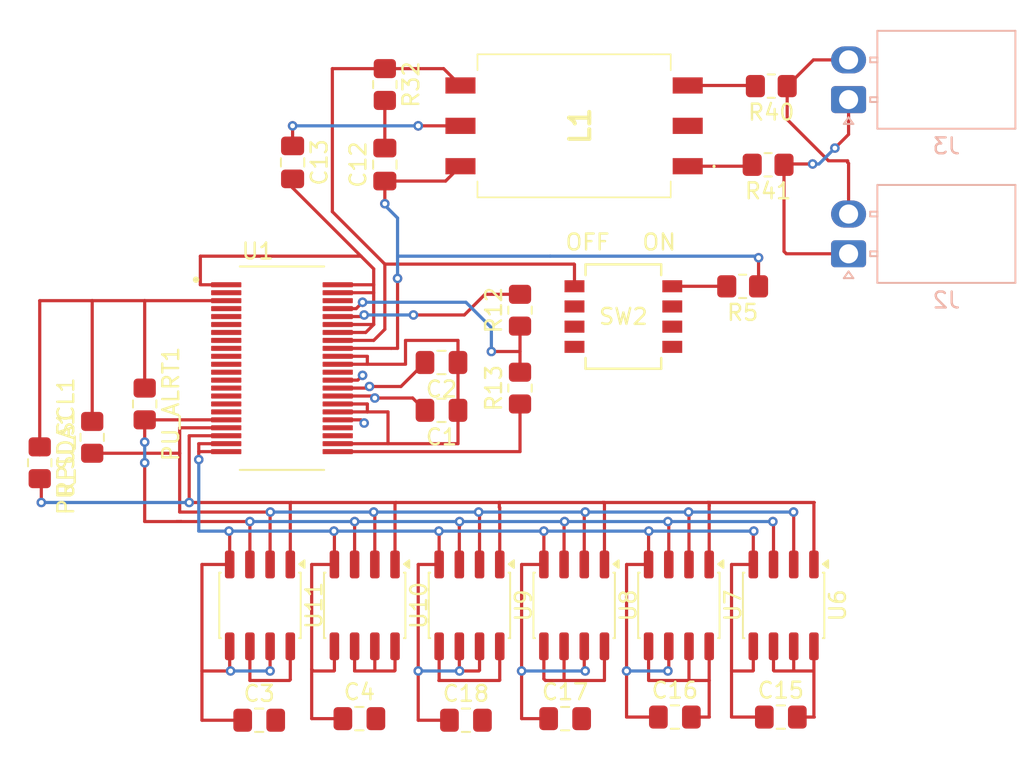
<source format=kicad_pcb>
(kicad_pcb (version 20241229) (generator "pcbnew") (generator_version "9.0")
  (layers (0 "F.Cu" signal) (2 "B.Cu" signal) (13 "F.Paste" user) (15 "B.Paste" user) (5 "F.SilkS" user "F.Silkscreen") (7 "B.SilkS" user "B.Silkscreen") (1 "F.Mask" user) (3 "B.Mask" user) (25 "Edge.Cuts" user))
  (net 0 "")
  (net 1 "V-")
  (net 2 "Net-(U1-VREF2)")
  (net 3 "Net-(U1-VREF1)")
  (net 4 "VREG")
  (net 5 "IsoSPI_N")
  (net 6 "Net-(C12-Pad2)")
  (net 7 "Net-(C13-Pad1)")
  (net 8 "/extIsoSPI_P")
  (net 9 "/extIsoSPI_N")
  (net 11 "IsoSPI_P")
  (net 12 "Net-(L1-Pad1)")
  (net 13 "Net-(L1-Pad3)")
  (net 14 "GPIO1")
  (net 15 "GPIO3")
  (net 16 "Net-(R5-Pad2)")
  (net 17 "ICMP")
  (net 18 "IBIAS")
  (net 19 "GPIO2")
  (footprint "Capacitor_SMD:C_0805_2012Metric_Pad1.18x1.45mm_HandSolder" (layer "F.Cu") (at 69.3625 46.3 180)
    (property "Reference" "C1")
    (property "Value" "1uF")
  )
  (footprint "Resistor_SMD:R_0805_2012Metric_Pad1.20x1.40mm_HandSolder" (layer "F.Cu") (at 50.7 45.9 -90)
    (property "Reference" "PU_ALRT1")
    (property "Value" "5k")
  )
  (footprint "Resistor_SMD:R_0805_2012Metric_Pad1.20x1.40mm_HandSolder" (layer "F.Cu") (at 47.4 48 90)
    (property "Reference" "RPU_SCL1")
    (property "Value" "5k")
  )
  (footprint "Package_SO:SO-8_3.9x4.9mm_P1.27mm" (layer "F.Cu") (at 84.29 58.575 -90)
    (property "Reference" "U7")
    (property "Value" "TMP1075D")
  )
  (footprint "Package_SO:SO-8_3.9x4.9mm_P1.27mm" (layer "F.Cu") (at 57.95 58.575 -90)
    (property "Reference" "U11")
    (property "Value" "TMP1075D")
  )
  (footprint "Capacitor_SMD:C_0805_2012Metric_Pad1.18x1.45mm_HandSolder" (layer "F.Cu") (at 64.2 65.7)
    (property "Reference" "C4")
    (property "Value" "0.01 uF")
  )
  (footprint "Resistor_SMD:R_0805_2012Metric_Pad1.20x1.40mm_HandSolder" (layer "F.Cu") (at 65.8 25.8 -90)
    (property "Reference" "R32")
    (property "Value" "402")
  )
  (footprint "Package_SO:SO-8_3.9x4.9mm_P1.27mm" (layer "F.Cu") (at 77.705 58.575 -90)
    (property "Reference" "U8")
    (property "Value" "TMP1075D")
  )
  (footprint "Capacitor_SMD:C_0805_2012Metric_Pad1.18x1.45mm_HandSolder" (layer "F.Cu") (at 77.1375 65.7)
    (property "Reference" "C17")
    (property "Value" "0.01 uF")
  )
  (footprint "Capacitor_SMD:C_0805_2012Metric_Pad1.18x1.45mm_HandSolder" (layer "F.Cu") (at 65.8 30.8375 90)
    (property "Reference" "C12")
    (property "Value" "15pF")
  )
  (footprint "Resistor_SMD:R_0805_2012Metric_Pad1.20x1.40mm_HandSolder" (layer "F.Cu") (at 74.3 40 90)
    (property "Reference" "R12")
    (property "Value" "1.5k")
  )
  (footprint "Resistor_SMD:R_0805_2012Metric_Pad1.20x1.40mm_HandSolder" (layer "F.Cu") (at 74.3 44.9 90)
    (property "Reference" "R13")
    (property "Value" "680")
  )
  (footprint "Package_SO:SO-8_3.9x4.9mm_P1.27mm" (layer "F.Cu") (at 71.12 58.575 -90)
    (property "Reference" "U9")
    (property "Value" "TMP1075D")
  )
  (footprint "FS_3_Global_Footprint_Library:SW_A6H-4101_OMR" (layer "F.Cu") (at 80.8 40.4)
    (property "Reference" "SW2")
    (property "Value" "A6H-4101")
  )
  (footprint "Capacitor_SMD:C_0805_2012Metric_Pad1.18x1.45mm_HandSolder" (layer "F.Cu") (at 57.9 65.8)
    (property "Reference" "C3")
    (property "Value" "0.01 uF")
  )
  (footprint "Resistor_SMD:R_0805_2012Metric_Pad1.20x1.40mm_HandSolder" (layer "F.Cu") (at 88.3 38.5 180)
    (property "Reference" "R5")
    (property "Value" "200")
  )
  (footprint "Capacitor_SMD:C_0805_2012Metric_Pad1.18x1.45mm_HandSolder" (layer "F.Cu") (at 70.9 65.8)
    (property "Reference" "C18")
    (property "Value" "0.01 uF")
  )
  (footprint "FS_3_Global_Footprint_Library:LTC6810IG-2_3ZZTRPBF" (layer "F.Cu") (at 59.3322 43.65)
    (property "Reference" "U1")
    (property "Value" "LTC6810IG-2-TRPBF")
  )
  (footprint "Package_SO:SO-8_3.9x4.9mm_P1.27mm" (layer "F.Cu") (at 90.875 58.575 -90)
    (property "Reference" "U6")
    (property "Value" "TMP1075D")
  )
  (footprint "Capacitor_SMD:C_0805_2012Metric_Pad1.18x1.45mm_HandSolder" (layer "F.Cu") (at 69.3625 43.29 180)
    (property "Reference" "C2")
    (property "Value" "1uF")
  )
  (footprint "Resistor_SMD:R_0805_2012Metric_Pad1.20x1.40mm_HandSolder" (layer "F.Cu") (at 89.9 30.85 180)
    (property "Reference" "R41")
    (property "Value" "22")
  )
  (footprint "FS_3_Global_Footprint_Library:HM2113ZNLT" (layer "F.Cu") (at 77.7 28.4 90)
    (property "Reference" "L1")
    (property "Value" "HM2113ZNL" (hide yes))
  )
  (footprint "Capacitor_SMD:C_0805_2012Metric_Pad1.18x1.45mm_HandSolder" (layer "F.Cu") (at 90.7 65.6)
    (property "Reference" "C15")
    (property "Value" "0.01 uF")
  )
  (footprint "Package_SO:SO-8_3.9x4.9mm_P1.27mm" (layer "F.Cu") (at 64.535 58.575 -90)
    (property "Reference" "U10")
    (property "Value" "TMP1075D")
  )
  (footprint "Resistor_SMD:R_0805_2012Metric_Pad1.20x1.40mm_HandSolder" (layer "F.Cu") (at 44.1 49.6 -90)
    (property "Reference" "PU_SDA1")
    (property "Value" "5k")
  )
  (footprint "Resistor_SMD:R_0805_2012Metric_Pad1.20x1.40mm_HandSolder" (layer "F.Cu") (at 90.1 25.9 180)
    (property "Reference" "R40")
    (property "Value" "22")
  )
  (footprint "Capacitor_SMD:C_0805_2012Metric_Pad1.18x1.45mm_HandSolder" (layer "F.Cu") (at 60 30.7 -90)
    (property "Reference" "C13")
    (property "Value" "10nF")
  )
  (footprint "Capacitor_SMD:C_0805_2012Metric_Pad1.18x1.45mm_HandSolder" (layer "F.Cu") (at 84.0375 65.6)
    (property "Reference" "C16")
    (property "Value" "0.01 uF")
  )
  (footprint "Connector_Molex:Molex_Nano-Fit_105313-xx02_1x02_P2.50mm_Horizontal" (layer "B.Cu") (at 94.96 26.75)
    (property "Reference" "J3")
    (property "Value" "1053131202")
  )
  (footprint "Connector_Molex:Molex_Nano-Fit_105313-xx02_1x02_P2.50mm_Horizontal" (layer "B.Cu") (at 94.96 36.45)
    (property "Reference" "J2")
    (property "Value" "1053131202")
  )
  (segment (start 81 62.7) (end 81 65.6) (width 0.2) (layer "F.Cu") (net 1))
  (segment (start 67.9 65.8) (end 69.8625 65.8) (width 0.2) (layer "F.Cu") (net 1))
  (segment (start 74.3 48.9) (end 74.3 45.9) (width 0.2) (layer "F.Cu") (net 1))
  (segment (start 60 32.3) (end 64.3 36.6) (width 0.2) (layer "F.Cu") (net 1))
  (segment (start 82.385 53.915) (end 82.385 56) (width 0.2) (layer "F.Cu") (net 1))
  (segment (start 78.34 62.64) (end 78.4 62.7) (width 0.2) (layer "F.Cu") (net 1))
  (segment (start 62.8372 38.4) (end 65.1 38.4) (width 0.2) (layer "F.Cu") (net 1))
  (segment (start 55.8272 38.4) (end 54.2 38.4) (width 0.2) (layer "F.Cu") (net 1))
  (segment (start 70.5 62.7) (end 70.485 62.685) (width 0.2) (layer "F.Cu") (net 1))
  (segment (start 83.655 62.645) (end 83.6 62.7) (width 0.2) (layer "F.Cu") (net 1))
  (segment (start 62.8372 42.9) (end 64.7 42.9) (width 0.2) (layer "F.Cu") (net 1))
  (segment (start 64.3 36.6) (end 65.1 37.4) (width 0.2) (layer "F.Cu") (net 1))
  (segment (start 54.3 62.7) (end 54.3 65.8) (width 0.2) (layer "F.Cu") (net 1))
  (segment (start 54.3 65.8) (end 56.8625 65.8) (width 0.2) (layer "F.Cu") (net 1))
  (segment (start 88.94 62.7) (end 88.97 62.67) (width 0.2) (layer "F.Cu") (net 1))
  (segment (start 88.97 56) (end 87.6 56) (width 0.2) (layer "F.Cu") (net 1))
  (segment (start 70.4 41.9) (end 70.4 43.29) (width 0.2) (layer "F.Cu") (net 1))
  (segment (start 87.6 56) (end 87.6 62.7) (width 0.2) (layer "F.Cu") (net 1))
  (segment (start 67.1 43.4) (end 67.1 41.9) (width 0.2) (layer "F.Cu") (net 1))
  (segment (start 54.2 38.4) (end 54.2 36.6) (width 0.2) (layer "F.Cu") (net 1))
  (segment (start 66 46.4) (end 66 48.4) (width 0.2) (layer "F.Cu") (net 1))
  (segment (start 56.045 56) (end 54.3 56) (width 0.2) (layer "F.Cu") (net 1))
  (segment (start 56.045 61.15) (end 56.045 62.645) (width 0.2) (layer "F.Cu") (net 1))
  (segment (start 61.3 62.7) (end 61.2 62.6) (width 0.2) (layer "F.Cu") (net 1))
  (segment (start 62.8372 46.4) (end 64.7 46.4) (width 0.2) (layer "F.Cu") (net 1))
  (segment (start 64.7 42.9) (end 64.7 43.4) (width 0.2) (layer "F.Cu") (net 1))
  (segment (start 54.1 48.4) (end 54.1 49.4) (width 0.2) (layer "F.Cu") (net 1))
  (segment (start 60 31.7375) (end 60 32.3) (width 0.2) (layer "F.Cu") (net 1))
  (segment (start 69.2 53.9) (end 69.215 53.915) (width 0.2) (layer "F.Cu") (net 1))
  (segment (start 62.8372 48.9) (end 74.3 48.9) (width 0.2) (layer "F.Cu") (net 1))
  (segment (start 56.045 62.645) (end 56.1 62.7) (width 0.2) (layer "F.Cu") (net 1))
  (segment (start 55.8272 48.4) (end 54.1 48.4) (width 0.2) (layer "F.Cu") (net 1))
  (segment (start 69.215 53.915) (end 69.215 56) (width 0.2) (layer "F.Cu") (net 1))
  (segment (start 69.215 56) (end 67.9 56) (width 0.2) (layer "F.Cu") (net 1))
  (segment (start 62.8372 38.9) (end 65.1 38.9) (width 0.2) (layer "F.Cu") (net 1))
  (segment (start 58.585 61.15) (end 58.585 62.7) (width 0.2) (layer "F.Cu") (net 1))
  (segment (start 54.1 48.9) (end 55.8272 48.9) (width 0.2) (layer "F.Cu") (net 1))
  (segment (start 70.5 62.7) (end 71.71 62.7) (width 0.2) (layer "F.Cu") (net 1))
  (segment (start 62.63 62.67) (end 62.6 62.7) (width 0.2) (layer "F.Cu") (net 1))
  (segment (start 74.4 56) (end 74.4 62.7) (width 0.2) (layer "F.Cu") (net 1))
  (segment (start 75.8 56) (end 74.4 56) (width 0.2) (layer "F.Cu") (net 1))
  (segment (start 64.7 46.4) (end 66 46.4) (width 0.2) (layer "F.Cu") (net 1))
  (segment (start 70.4 46.3) (end 70.4 48.4) (width 0.2) (layer "F.Cu") (net 1))
  (segment (start 89 54) (end 88.97 54.03) (width 0.2) (layer "F.Cu") (net 1))
  (segment (start 54.2 36.6) (end 64.3 36.6) (width 0.2) (layer "F.Cu") (net 1))
  (segment (start 70.4 48.4) (end 66 48.4) (width 0.2) (layer "F.Cu") (net 1))
  (segment (start 61.2 62.6) (end 61.2 65.7) (width 0.2) (layer "F.Cu") (net 1))
  (segment (start 67.9 56) (end 67.9 62.7) (width 0.2) (layer "F.Cu") (net 1))
  (segment (start 56.045 53.945) (end 56.045 56) (width 0.2) (layer "F.Cu") (net 1))
  (segment (start 70.4 43.29) (end 70.4 46.3) (width 0.2) (layer "F.Cu") (net 1))
  (segment (start 62.63 56) (end 61.2 56) (width 0.2) (layer "F.Cu") (net 1))
  (segment (start 56.1 62.7) (end 54.3 62.7) (width 0.2) (layer "F.Cu") (net 1))
  (segment (start 78.34 61.15) (end 78.34 62.64) (width 0.2) (layer "F.Cu") (net 1))
  (segment (start 75.8 53.9) (end 75.8 56) (width 0.2) (layer "F.Cu") (net 1))
  (segment (start 87.6 62.7) (end 87.6 65.6) (width 0.2) (layer "F.Cu") (net 1))
  (segment (start 62.8372 40.9) (end 65.1 40.9) (width 0.2) (layer "F.Cu") (net 1))
  (segment (start 62.63 61.15) (end 62.63 62.67) (width 0.2) (layer "F.Cu") (net 1))
  (segment (start 65.1 37.4) (end 65.1 40.9) (width 0.2) (layer "F.Cu") (net 1))
  (segment (start 88.97 61.15) (end 88.97 62.67) (width 0.2) (layer "F.Cu") (net 1))
  (segment (start 81 56) (end 81 62.7) (width 0.2) (layer "F.Cu") (net 1))
  (segment (start 89 53.9) (end 89 54) (width 0.2) (layer "F.Cu") (net 1))
  (segment (start 61.2 65.7) (end 63.1625 65.7) (width 0.2) (layer "F.Cu") (net 1))
  (segment (start 87.6 62.7) (end 88.94 62.7) (width 0.2) (layer "F.Cu") (net 1))
  (segment (start 74.4 62.7) (end 74.4 65.7) (width 0.2) (layer "F.Cu") (net 1))
  (segment (start 67.9 62.7) (end 67.9 65.8) (width 0.2) (layer "F.Cu") (net 1))
  (segment (start 62.63 53.93) (end 62.63 56) (width 0.2) (layer "F.Cu") (net 1))
  (segment (start 58.585 62.7) (end 58.585 62.785) (width 0.2) (layer "F.Cu") (net 1))
  (segment (start 70.485 62.685) (end 70.485 61.15) (width 0.2) (layer "F.Cu") (net 1))
  (segment (start 71.71 62.7) (end 71.755 62.655) (width 0.2) (layer "F.Cu") (net 1))
  (segment (start 62.6 62.7) (end 61.3 62.7) (width 0.2) (layer "F.Cu") (net 1))
  (segment (start 62.8372 41.4) (end 64.6 41.4) (width 0.2) (layer "F.Cu") (net 1))
  (segment (start 62.6 53.9) (end 62.63 53.93) (width 0.2) (layer "F.Cu") (net 1))
  (segment (start 83.655 61.15) (end 83.655 62.645) (width 0.2) (layer "F.Cu") (net 1))
  (segment (start 71.755 62.655) (end 71.755 61.15) (width 0.2) (layer "F.Cu") (net 1))
  (segment (start 64.6 41.4) (end 65.1 40.9) (width 0.2) (layer "F.Cu") (net 1))
  (segment (start 64.7 45.9) (end 64.7 46.4) (width 0.2) (layer "F.Cu") (net 1))
  (segment (start 82.385 56) (end 81 56) (width 0.2) (layer "F.Cu") (net 1))
  (segment (start 81 65.6) (end 83 65.6) (width 0.2) (layer "F.Cu") (net 1))
  (segment (start 88.97 54.03) (end 88.97 56) (width 0.2) (layer "F.Cu") (net 1))
  (segment (start 56 53.9) (end 56.045 53.945) (width 0.2) (layer "F.Cu") (net 1))
  (segment (start 67.1 41.9) (end 70.4 41.9) (width 0.2) (layer "F.Cu") (net 1))
  (segment (start 74.4 65.7) (end 76.1 65.7) (width 0.2) (layer "F.Cu") (net 1))
  (segment (start 62.8372 48.4) (end 66 48.4) (width 0.2) (layer "F.Cu") (net 1))
  (segment (start 64.7 43.4) (end 67.1 43.4) (width 0.2) (layer "F.Cu") (net 1))
  (segment (start 62.8372 43.4) (end 64.7 43.4) (width 0.2) (layer "F.Cu") (net 1))
  (segment (start 82.4 53.9) (end 82.385 53.915) (width 0.2) (layer "F.Cu") (net 1))
  (segment (start 61.2 56) (end 61.2 62.6) (width 0.2) (layer "F.Cu") (net 1))
  (segment (start 62.8372 45.9) (end 64.7 45.9) (width 0.2) (layer "F.Cu") (net 1))
  (segment (start 54.3 56) (end 54.3 62.7) (width 0.2) (layer "F.Cu") (net 1))
  (segment (start 87.6 65.6) (end 89.6625 65.6) (width 0.2) (layer "F.Cu") (net 1))
  (via (at 81 62.7) (size 0.6) (drill 0.3) (layers "F.Cu" "B.Cu") (net 1))
  (via (at 74.4 62.7) (size 0.6) (drill 0.3) (layers "F.Cu" "B.Cu") (net 1))
  (via (at 70.5 62.7) (size 0.6) (drill 0.3) (layers "F.Cu" "B.Cu") (net 1))
  (via (at 69.2 53.9) (size 0.6) (drill 0.3) (layers "F.Cu" "B.Cu") (net 1))
  (via (at 62.6 53.9) (size 0.6) (drill 0.3) (layers "F.Cu" "B.Cu") (net 1))
  (via (at 83.6 62.7) (size 0.6) (drill 0.3) (layers "F.Cu" "B.Cu") (net 1))
  (via (at 67.9 62.7) (size 0.6) (drill 0.3) (layers "F.Cu" "B.Cu") (net 1))
  (via (at 82.4 53.9) (size 0.6) (drill 0.3) (layers "F.Cu" "B.Cu") (net 1))
  (via (at 56 53.9) (size 0.6) (drill 0.3) (layers "F.Cu" "B.Cu") (net 1))
  (via (at 75.8 53.9) (size 0.6) (drill 0.3) (layers "F.Cu" "B.Cu") (net 1))
  (via (at 54.1 49.4) (size 0.6) (drill 0.3) (layers "F.Cu" "B.Cu") (net 1))
  (via (at 78.4 62.7) (size 0.6) (drill 0.3) (layers "F.Cu" "B.Cu") (net 1))
  (via (at 89 53.9) (size 0.6) (drill 0.3) (layers "F.Cu" "B.Cu") (net 1))
  (via (at 58.585 62.7) (size 0.6) (drill 0.3) (layers "F.Cu" "B.Cu") (net 1))
  (via (at 56.1 62.7) (size 0.6) (drill 0.3) (layers "F.Cu" "B.Cu") (net 1))
  (segment (start 58.585 62.7) (end 56.1 62.7) (width 0.2) (layer "B.Cu") (net 1))
  (segment (start 54.1 49.4) (end 54.1 53.9) (width 0.2) (layer "B.Cu") (net 1))
  (segment (start 56 53.9) (end 62.6 53.9) (width 0.2) (layer "B.Cu") (net 1))
  (segment (start 70.5 62.7) (end 68 62.7) (width 0.2) (layer "B.Cu") (net 1))
  (segment (start 54.1 53.9) (end 56 53.9) (width 0.2) (layer "B.Cu") (net 1))
  (segment (start 82.4 53.9) (end 89 53.9) (width 0.2) (layer "B.Cu") (net 1))
  (segment (start 83.6 62.7) (end 81 62.7) (width 0.2) (layer "B.Cu") (net 1))
  (segment (start 62.6 53.9) (end 69.2 53.9) (width 0.2) (layer "B.Cu") (net 1))
  (segment (start 75.8 53.9) (end 82.4 53.9) (width 0.2) (layer "B.Cu") (net 1))
  (segment (start 74.4 62.7) (end 78.4 62.7) (width 0.2) (layer "B.Cu") (net 1))
  (segment (start 69.2 53.9) (end 75.8 53.9) (width 0.2) (layer "B.Cu") (net 1))
  (segment (start 67.5514 45.5264) (end 68.325 46.3) (width 0.2) (layer "F.Cu") (net 2))
  (segment (start 65.043093 45.4) (end 62.8372 45.4) (width 0.2) (layer "F.Cu") (net 2))
  (segment (start 65.169493 45.5264) (end 67.5514 45.5264) (width 0.2) (layer "F.Cu") (net 2))
  (segment (start 65.169493 45.5264) (end 65.043093 45.4) (width 0.2) (layer "F.Cu") (net 2))
  (via (at 65.169493 45.5264) (size 0.6) (drill 0.3) (layers "F.Cu" "B.Cu") (net 2))
  (segment (start 64.834313 44.8) (end 64.834313 44.865687) (width 0.2) (layer "F.Cu") (net 3))
  (segment (start 64.834313 44.865687) (end 64.8 44.9) (width 0.2) (layer "F.Cu") (net 3))
  (segment (start 64.8 44.9) (end 62.8372 44.9) (width 0.2) (layer "F.Cu") (net 3))
  (segment (start 64.834313 44.8) (end 66.815 44.8) (width 0.2) (layer "F.Cu") (net 3))
  (segment (start 66.815 44.8) (end 68.325 43.29) (width 0.2) (layer "F.Cu") (net 3))
  (via (at 64.834313 44.8) (size 0.6) (drill 0.3) (layers "F.Cu" "B.Cu") (net 3))
  (segment (start 50.7 44.9) (end 50.7 39.4) (width 0.2) (layer "F.Cu") (net 4))
  (segment (start 73.025 63.275) (end 73 63.3) (width 0.2) (layer "F.Cu") (net 4))
  (segment (start 92.78 62.7) (end 92.78 65.58) (width 0.2) (layer "F.Cu") (net 4))
  (segment (start 90.28 62.7) (end 92.78 62.7) (width 0.2) (layer "F.Cu") (net 4))
  (segment (start 63.9 61.15) (end 63.9 62.7) (width 0.2) (layer "F.Cu") (net 4))
  (segment (start 84.925 61.15) (end 84.925 63.275) (width 0.2) (layer "F.Cu") (net 4))
  (segment (start 59.855 61.15) (end 59.855 63.245) (width 0.2) (layer "F.Cu") (net 4))
  (segment (start 73.025 61.15) (end 73.025 63.275) (width 0.2) (layer "F.Cu") (net 4))
  (segment (start 64.3 46.9) (end 64.5 47.1) (width 0.2) (layer "F.Cu") (net 4))
  (segment (start 79.61 61.15) (end 79.61 63.29) (width 0.2) (layer "F.Cu") (net 4))
  (segment (start 66.44 61.15) (end 66.44 62.66) (width 0.2) (layer "F.Cu") (net 4))
  (segment (start 47.4 39.4) (end 50.7 39.4) (width 0.2) (layer "F.Cu") (net 4))
  (segment (start 86.195 61.15) (end 86.195 63.3) (width 0.2) (layer "F.Cu") (net 4))
  (segment (start 92.8 65.6) (end 91.7375 65.6) (width 0.2) (layer "F.Cu") (net 4))
  (segment (start 77.07 63.27) (end 77.1 63.3) (width 0.2) (layer "F.Cu") (net 4))
  (segment (start 44.1 39.4) (end 47.4 39.4) (width 0.2) (layer "F.Cu") (net 4))
  (segment (start 91.51 61.15) (end 91.51 62.69) (width 0.2) (layer "F.Cu") (net 4))
  (segment (start 86.195 63.3) (end 86.195 65.595) (width 0.2) (layer "F.Cu") (net 4))
  (segment (start 59.8 63.3) (end 57.315 63.3) (width 0.2) (layer "F.Cu") (net 4))
  (segment (start 82.4 63.3) (end 86.195 63.3) (width 0.2) (layer "F.Cu") (net 4))
  (segment (start 44.1 49.1) (end 44.1 39.4) (width 0.2) (layer "F.Cu") (net 4))
  (segment (start 65.17 61.15) (end 65.17 62.67) (width 0.2) (layer "F.Cu") (net 4))
  (segment (start 77.1 63.3) (end 79.6 63.3) (width 0.2) (layer "F.Cu") (net 4))
  (segment (start 75.9 63.3) (end 77.1 63.3) (width 0.2) (layer "F.Cu") (net 4))
  (segment (start 92.78 65.58) (end 92.8 65.6) (width 0.2) (layer "F.Cu") (net 4))
  (segment (start 69.215 63.285) (end 69.215 61.15) (width 0.2) (layer "F.Cu") (net 4))
  (segment (start 86.195 65.595) (end 86.2 65.6) (width 0.2) (layer "F.Cu") (net 4))
  (segment (start 90.24 62.66) (end 90.28 62.7) (width 0.2) (layer "F.Cu") (net 4))
  (segment (start 92.78 61.15) (end 92.78 62.7) (width 0.2) (layer "F.Cu") (net 4))
  (segment (start 57.315 63.3) (end 57.315 61.15) (width 0.2) (layer "F.Cu") (net 4))
  (segment (start 50.7 39.4) (end 55.8272 39.4) (width 0.2) (layer "F.Cu") (net 4))
  (segment (start 82.385 61.15) (end 82.385 63.285) (width 0.2) (layer "F.Cu") (net 4))
  (segment (start 47.4 47) (end 47.4 39.4) (width 0.2) (layer "F.Cu") (net 4))
  (segment (start 77.07 61.15) (end 77.07 63.27) (width 0.2) (layer "F.Cu") (net 4))
  (segment (start 66.44 62.66) (end 66.4 62.7) (width 0.2) (layer "F.Cu") (net 4))
  (segment (start 79.61 63.29) (end 79.6 63.3) (width 0.2) (layer "F.Cu") (net 4))
  (segment (start 69.2 63.3) (end 69.215 63.285) (width 0.2) (layer "F.Cu") (net 4))
  (segment (start 63.9 62.7) (end 65.2 62.7) (width 0.2) (layer "F.Cu") (net 4))
  (segment (start 75.8 61.15) (end 75.8 63.2) (width 0.2) (layer "F.Cu") (net 4))
  (segment (start 84.925 63.275) (end 84.9 63.3) (width 0.2) (layer "F.Cu") (net 4))
  (segment (start 59.855 63.245) (end 59.8 63.3) (width 0.2) (layer "F.Cu") (net 4))
  (segment (start 62.8372 46.9) (end 64.3 46.9) (width 0.2) (layer "F.Cu") (net 4))
  (segment (start 62.8372 44.4) (end 64.1 44.4) (width 0.2) (layer "F.Cu") (net 4))
  (segment (start 86.2 65.6) (end 85.075 65.6) (width 0.2) (layer "F.Cu") (net 4))
  (segment (start 91.51 62.69) (end 91.5 62.7) (width 0.2) (layer "F.Cu") (net 4))
  (segment (start 64.1 44.4) (end 64.4 44.1) (width 0.2) (layer "F.Cu") (net 4))
  (segment (start 65.17 62.67) (end 65.2 62.7) (width 0.2) (layer "F.Cu") (net 4))
  (segment (start 82.385 63.285) (end 82.4 63.3) (width 0.2) (layer "F.Cu") (net 4))
  (segment (start 90.24 61.15) (end 90.24 62.66) (width 0.2) (layer "F.Cu") (net 4))
  (segment (start 65.2 62.7) (end 66.4 62.7) (width 0.2) (layer "F.Cu") (net 4))
  (segment (start 75.8 63.2) (end 75.9 63.3) (width 0.2) (layer "F.Cu") (net 4))
  (segment (start 73 63.3) (end 69.2 63.3) (width 0.2) (layer "F.Cu") (net 4))
  (via (at 64.5 47.1) (size 0.6) (drill 0.3) (layers "F.Cu" "B.Cu") (net 4))
  (via (at 64.4 44.1) (size 0.6) (drill 0.3) (layers "F.Cu" "B.Cu") (net 4))
  (segment (start 62.8372 42.4) (end 66.6 42.4) (width 0.2) (layer "F.Cu") (net 5))
  (segment (start 66.202 42.4) (end 66.201 42.399) (width 0.2) (layer "F.Cu") (net 5))
  (segment (start 89.3 36.7) (end 89.3 38.5) (width 0.2) (layer "F.Cu") (net 5))
  (segment (start 65.8 33.3) (end 65.8 31.875) (width 0.2) (layer "F.Cu") (net 5))
  (segment (start 66.6 42.4) (end 66.6 38) (width 0.2) (layer "F.Cu") (net 5))
  (segment (start 65.7 31.975) (end 65.8 31.875) (width 0.2) (layer "F.Cu") (net 5))
  (segment (start 65.8 31.875) (end 69.62 31.875) (width 0.2) (layer "F.Cu") (net 5))
  (segment (start 69.62 31.875) (end 70.555 30.94) (width 0.2) (layer "F.Cu") (net 5))
  (via (at 65.8 33.3) (size 0.6) (drill 0.3) (layers "F.Cu" "B.Cu") (net 5))
  (via (at 89.3 36.7) (size 0.6) (drill 0.3) (layers "F.Cu" "B.Cu") (net 5))
  (via (at 66.6 38) (size 0.6) (drill 0.3) (layers "F.Cu" "B.Cu") (net 5))
  (segment (start 65.8 33.3) (end 65.8 33.4) (width 0.2) (layer "B.Cu") (net 5))
  (segment (start 66.6 34.2) (end 66.6 36.6) (width 0.2) (layer "B.Cu") (net 5))
  (segment (start 89.3 36.7) (end 89.2 36.6) (width 0.2) (layer "B.Cu") (net 5))
  (segment (start 66.6 36.6) (end 76.2 36.6) (width 0.2) (layer "B.Cu") (net 5))
  (segment (start 66.6 36.7) (end 66.6 36.6) (width 0.2) (layer "B.Cu") (net 5))
  (segment (start 66.6 38) (end 66.6 36.7) (width 0.2) (layer "B.Cu") (net 5))
  (segment (start 65.8 33.4) (end 66.6 34.2) (width 0.2) (layer "B.Cu") (net 5))
  (segment (start 89.2 36.6) (end 76.2 36.6) (width 0.2) (layer "B.Cu") (net 5))
  (segment (start 65.8 26.8) (end 65.8 29.8) (width 0.2) (layer "F.Cu") (net 6))
  (segment (start 60 28.4) (end 60 29.6625) (width 0.2) (layer "F.Cu") (net 7))
  (segment (start 70.555 28.4) (end 67.9 28.4) (width 0.2) (layer "F.Cu") (net 7))
  (via (at 60 28.4) (size 0.6) (drill 0.3) (layers "F.Cu" "B.Cu") (net 7))
  (via (at 67.9 28.4) (size 0.6) (drill 0.3) (layers "F.Cu" "B.Cu") (net 7))
  (via (at 67.9 28.4) (size 0.6) (drill 0.3) (layers "F.Cu" "B.Cu") (net 7))
  (segment (start 67.9 28.4) (end 60 28.4) (width 0.2) (layer "B.Cu") (net 7))
  (segment (start 92.75 24.25) (end 91.1 25.9) (width 0.2) (layer "F.Cu") (net 8))
  (segment (start 94.96 24.25) (end 92.75 24.25) (width 0.2) (layer "F.Cu") (net 8))
  (segment (start 91.1 25.9) (end 91.1 28) (width 0.2) (layer "F.Cu") (net 8))
  (segment (start 93.7 30.6) (end 94.9 30.6) (width 0.2) (layer "F.Cu") (net 8))
  (segment (start 94.96 30.76) (end 94.96 33.95) (width 0.2) (layer "F.Cu") (net 8))
  (segment (start 94.9 30.6) (end 94.9 30.7) (width 0.2) (layer "F.Cu") (net 8))
  (segment (start 94.9 30.7) (end 94.96 30.76) (width 0.2) (layer "F.Cu") (net 8))
  (segment (start 91.1 28) (end 93.7 30.6) (width 0.2) (layer "F.Cu") (net 8))
  (segment (start 94.96 36.45) (end 91.05 36.45) (width 0.2) (layer "F.Cu") (net 9))
  (segment (start 94.96 26.75) (end 94.96 28.94) (width 0.2) (layer "F.Cu") (net 9))
  (segment (start 90.9 36.3) (end 90.9 30.85) (width 0.2) (layer "F.Cu") (net 9))
  (segment (start 92.7 30.8) (end 90.95 30.8) (width 0.2) (layer "F.Cu") (net 9))
  (segment (start 91.05 36.45) (end 90.9 36.3) (width 0.2) (layer "F.Cu") (net 9))
  (segment (start 94.96 28.94) (end 94.1 29.8) (width 0.2) (layer "F.Cu") (net 9))
  (segment (start 90.95 30.8) (end 90.9 30.85) (width 0.2) (layer "F.Cu") (net 9))
  (via (at 92.7 30.8) (size 0.6) (drill 0.3) (layers "F.Cu" "B.Cu") (net 9))
  (via (at 94.1 29.8) (size 0.6) (drill 0.3) (layers "F.Cu" "B.Cu") (net 9))
  (segment (start 93 30.8) (end 92.7 30.8) (width 0.2) (layer "B.Cu") (net 9))
  (segment (start 93.1 30.8) (end 93 30.8) (width 0.2) (layer "B.Cu") (net 9))
  (segment (start 94.1 29.8) (end 93.1 30.8) (width 0.2) (layer "B.Cu") (net 9))
  (segment (start 77.725 37.125) (end 77.725 38.495) (width 0.2) (layer "F.Cu") (net 11))
  (segment (start 65.1 41.9) (end 65.8 41.2) (width 0.2) (layer "F.Cu") (net 11))
  (segment (start 62.5 24.8) (end 62.5 33.8) (width 0.2) (layer "F.Cu") (net 11))
  (segment (start 65.8 24.8) (end 69.495 24.8) (width 0.2) (layer "F.Cu") (net 11))
  (segment (start 69.495 24.8) (end 70.555 25.86) (width 0.2) (layer "F.Cu") (net 11))
  (segment (start 62.5 33.8) (end 65.8 37.1) (width 0.2) (layer "F.Cu") (net 11))
  (segment (start 65.8 41.2) (end 65.8 37.1) (width 0.2) (layer "F.Cu") (net 11))
  (segment (start 65.8 37.1) (end 65.75 37.05) (width 0.2) (layer "F.Cu") (net 11))
  (segment (start 77.7 37.1) (end 77.725 37.125) (width 0.2) (layer "F.Cu") (net 11))
  (segment (start 65.8 24.8) (end 62.5 24.8) (width 0.2) (layer "F.Cu") (net 11))
  (segment (start 65.8 37.1) (end 77.7 37.1) (width 0.2) (layer "F.Cu") (net 11))
  (segment (start 62.8372 41.9) (end 65.1 41.9) (width 0.2) (layer "F.Cu") (net 11))
  (segment (start 88.81 30.94) (end 88.9 30.85) (width 0.2) (layer "F.Cu") (net 12))
  (segment (start 84.845 30.94) (end 88.81 30.94) (width 0.2) (layer "F.Cu") (net 12))
  (segment (start 89.06 25.86) (end 89.1 25.9) (width 0.2) (layer "F.Cu") (net 13))
  (segment (start 84.845 25.86) (end 89.06 25.86) (width 0.2) (layer "F.Cu") (net 13))
  (segment (start 77.1 53.3) (end 77.07 53.33) (width 0.2) (layer "F.Cu") (net 14))
  (segment (start 50.7 53.3) (end 50.7 49.6) (width 0.2) (layer "F.Cu") (net 14))
  (segment (start 55.8272 46.9) (end 50.3 46.9) (width 0.2) (layer "F.Cu") (net 14))
  (segment (start 50.7 46.9) (end 50.7 48.3) (width 0.2) (layer "F.Cu") (net 14))
  (segment (start 70.5 53.6) (end 70.485 53.615) (width 0.2) (layer "F.Cu") (net 14))
  (segment (start 53 53.3) (end 57.315 53.3) (width 0.2) (layer "F.Cu") (net 14))
  (segment (start 70.5 53.3) (end 70.5 53.6) (width 0.2) (layer "F.Cu") (net 14))
  (segment (start 77.07 53.33) (end 77.07 56) (width 0.2) (layer "F.Cu") (net 14))
  (segment (start 83.655 53.355) (end 83.655 56) (width 0.2) (layer "F.Cu") (net 14))
  (segment (start 57.315 53.3) (end 57.315 56) (width 0.2) (layer "F.Cu") (net 14))
  (segment (start 52.698 53.3) (end 53 53.3) (width 0.2) (layer "F.Cu") (net 14))
  (segment (start 90.2 53.3) (end 90.24 53.34) (width 0.2) (layer "F.Cu") (net 14))
  (segment (start 90.24 53.34) (end 90.24 56) (width 0.2) (layer "F.Cu") (net 14))
  (segment (start 70.485 53.615) (end 70.485 56) (width 0.2) (layer "F.Cu") (net 14))
  (segment (start 63.9 53.3) (end 63.9 56) (width 0.2) (layer "F.Cu") (net 14))
  (segment (start 83.6 53.3) (end 83.655 53.355) (width 0.2) (layer "F.Cu") (net 14))
  (segment (start 53 53.3) (end 50.7 53.3) (width 0.2) (layer "F.Cu") (net 14))
  (via (at 70.5 53.3) (size 0.6) (drill 0.3) (layers "F.Cu" "B.Cu") (net 14))
  (via (at 90.2 53.3) (size 0.6) (drill 0.3) (layers "F.Cu" "B.Cu") (net 14))
  (via (at 63.9 53.3) (size 0.6) (drill 0.3) (layers "F.Cu" "B.Cu") (net 14))
  (via (at 50.7 49.6) (size 0.6) (drill 0.3) (layers "F.Cu" "B.Cu") (net 14))
  (via (at 77.1 53.3) (size 0.6) (drill 0.3) (layers "F.Cu" "B.Cu") (net 14))
  (via (at 57.315 53.3) (size 0.6) (drill 0.3) (layers "F.Cu" "B.Cu") (net 14))
  (via (at 83.6 53.3) (size 0.6) (drill 0.3) (layers "F.Cu" "B.Cu") (net 14))
  (via (at 50.7 48.3) (size 0.6) (drill 0.3) (layers "F.Cu" "B.Cu") (net 14))
  (segment (start 57.315 53.3) (end 63.9 53.3) (width 0.2) (layer "B.Cu") (net 14))
  (segment (start 77.1 53.3) (end 83.6 53.3) (width 0.2) (layer "B.Cu") (net 14))
  (segment (start 50.7 49.6) (end 50.7 48.3) (width 0.2) (layer "B.Cu") (net 14))
  (segment (start 70.5 53.3) (end 77.1 53.3) (width 0.2) (layer "B.Cu") (net 14))
  (segment (start 83.6 53.3) (end 90.2 53.3) (width 0.2) (layer "B.Cu") (net 14))
  (segment (start 63.9 53.3) (end 70.5 53.3) (width 0.2) (layer "B.Cu") (net 14))
  (segment (start 55.8272 47.9) (end 53.499 47.9) (width 0.2) (layer "F.Cu") (net 15))
  (segment (start 79.61 52.11) (end 79.61 56) (width 0.2) (layer "F.Cu") (net 15))
  (segment (start 44.2 52.1) (end 44.2 50.7) (width 0.2) (layer "F.Cu") (net 15))
  (segment (start 73 52.4) (end 73.025 52.425) (width 0.2) (layer "F.Cu") (net 15))
  (segment (start 92.78 52.12) (end 92.78 56) (width 0.2) (layer "F.Cu") (net 15))
  (segment (start 66.5 52.1) (end 73 52.1) (width 0.2) (layer "F.Cu") (net 15))
  (segment (start 79.5 52.1) (end 79.6 52.1) (width 0.2) (layer "F.Cu") (net 15))
  (segment (start 66.5 52.1) (end 66.44 52.16) (width 0.2) (layer "F.Cu") (net 15))
  (segment (start 66.44 52.16) (end 66.44 56) (width 0.2) (layer "F.Cu") (net 15))
  (segment (start 86.195 52.305) (end 86.195 56) (width 0.2) (layer "F.Cu") (net 15))
  (segment (start 86.2 52.1) (end 86.2 52.3) (width 0.2) (layer "F.Cu") (net 15))
  (segment (start 86.1 52.1) (end 86.2 52.1) (width 0.2) (layer "F.Cu") (net 15))
  (segment (start 59.9 52.1) (end 66.5 52.1) (width 0.2) (layer "F.Cu") (net 15))
  (segment (start 73.025 52.425) (end 73.025 56) (width 0.2) (layer "F.Cu") (net 15))
  (segment (start 44.2 50.7) (end 44.1 50.6) (width 0.2) (layer "F.Cu") (net 15))
  (segment (start 53.499 47.9) (end 53.499 52.1) (width 0.2) (layer "F.Cu") (net 15))
  (segment (start 86.2 52.3) (end 86.195 52.305) (width 0.2) (layer "F.Cu") (net 15))
  (segment (start 79.6 52.1) (end 79.61 52.11) (width 0.2) (layer "F.Cu") (net 15))
  (segment (start 59.9 52.1) (end 59.855 52.145) (width 0.2) (layer "F.Cu") (net 15))
  (segment (start 73 52.1) (end 79.5 52.1) (width 0.2) (layer "F.Cu") (net 15))
  (segment (start 53.499 52.1) (end 53.5 52.1) (width 0.2) (layer "F.Cu") (net 15))
  (segment (start 79.5 52.1) (end 86.1 52.1) (width 0.2) (layer "F.Cu") (net 15))
  (segment (start 86.1 52.1) (end 92.8 52.1) (width 0.2) (layer "F.Cu") (net 15))
  (segment (start 53.5 52.1) (end 59.9 52.1) (width 0.2) (layer "F.Cu") (net 15))
  (segment (start 73 52.1) (end 73 52.4) (width 0.2) (layer "F.Cu") (net 15))
  (segment (start 59.855 52.145) (end 59.855 56) (width 0.2) (layer "F.Cu") (net 15))
  (segment (start 92.8 52.1) (end 92.78 52.12) (width 0.2) (layer "F.Cu") (net 15))
  (via (at 53.5 52.1) (size 0.6) (drill 0.3) (layers "F.Cu" "B.Cu") (net 15))
  (via (at 44.2 52.1) (size 0.6) (drill 0.3) (layers "F.Cu" "B.Cu") (net 15))
  (segment (start 53.5 52.1) (end 44.2 52.1) (width 0.2) (layer "B.Cu") (net 15))
  (segment (start 87.295 38.495) (end 87.3 38.5) (width 0.2) (layer "F.Cu") (net 16))
  (segment (start 83.875 38.495) (end 87.295 38.495) (width 0.2) (layer "F.Cu") (net 16))
  (segment (start 74.2 41.1) (end 74.3 41) (width 0.2) (layer "F.Cu") (net 17))
  (segment (start 62.8372 39.9) (end 64 39.9) (width 0.2) (layer "F.Cu") (net 17))
  (segment (start 74.3 42.6) (end 74.3 43.9) (width 0.2) (layer "F.Cu") (net 17))
  (segment (start 64 39.9) (end 64.4 39.5) (width 0.2) (layer "F.Cu") (net 17))
  (segment (start 74.3 42.6) (end 74.3 41) (width 0.2) (layer "F.Cu") (net 17))
  (segment (start 72.5 42.6) (end 74.3 42.6) (width 0.2) (layer "F.Cu") (net 17))
  (via (at 64.4 39.5) (size 0.6) (drill 0.3) (layers "F.Cu" "B.Cu") (net 17))
  (via (at 72.5 42.6) (size 0.6) (drill 0.3) (layers "F.Cu" "B.Cu") (net 17))
  (segment (start 72.5 41.1) (end 70.9 39.5) (width 0.2) (layer "B.Cu") (net 17))
  (segment (start 70.9 39.5) (end 64.4 39.5) (width 0.2) (layer "B.Cu") (net 17))
  (segment (start 72.5 42.6) (end 72.5 41.1) (width 0.2) (layer "B.Cu") (net 17))
  (segment (start 64.3 40.4) (end 64.4 40.3) (width 0.2) (layer "F.Cu") (net 18))
  (segment (start 70.8 40.3) (end 67.6 40.3) (width 0.2) (layer "F.Cu") (net 18))
  (segment (start 62.8372 40.4) (end 64.3 40.4) (width 0.2) (layer "F.Cu") (net 18))
  (segment (start 70.8 40.3) (end 72.1 39) (width 0.2) (layer "F.Cu") (net 18))
  (segment (start 72.1 39) (end 74.3 39) (width 0.2) (layer "F.Cu") (net 18))
  (via (at 67.6 40.3) (size 0.6) (drill 0.3) (layers "F.Cu" "B.Cu") (net 18))
  (via (at 64.5 40.3) (size 0.6) (drill 0.3) (layers "F.Cu" "B.Cu") (net 18))
  (segment (start 64.5 40.3) (end 67.6 40.3) (width 0.2) (layer "B.Cu") (net 18))
  (segment (start 58.585 56) (end 58.585 52.715) (width 0.2) (layer "F.Cu") (net 19))
  (segment (start 52.9 49) (end 52.9 47.4) (width 0.2) (layer "F.Cu") (net 19))
  (segment (start 71.7 52.7) (end 71.755 52.755) (width 0.2) (layer "F.Cu") (net 19))
  (segment (start 52.9 49) (end 52.9 52.7) (width 0.2) (layer "F.Cu") (net 19))
  (segment (start 65.1 52.7) (end 65.17 52.77) (width 0.2) (layer "F.Cu") (net 19))
  (segment (start 52.9 52.7) (end 58.6 52.7) (width 0.2) (layer "F.Cu") (net 19))
  (segment (start 91.5 52.7) (end 91.51 52.71) (width 0.2) (layer "F.Cu") (net 19))
  (segment (start 91.51 52.71) (end 91.51 56) (width 0.2) (layer "F.Cu") (net 19))
  (segment (start 58.585 52.715) (end 58.6 52.7) (width 0.2) (layer "F.Cu") (net 19))
  (segment (start 84.9 52.7) (end 84.925 52.725) (width 0.2) (layer "F.Cu") (net 19))
  (segment (start 78.34 52.76) (end 78.34 56) (width 0.2) (layer "F.Cu") (net 19))
  (segment (start 55.8272 47.4) (end 52.9 47.4) (width 0.2) (layer "F.Cu") (net 19))
  (segment (start 78.4 52.7) (end 78.34 52.76) (width 0.2) (layer "F.Cu") (net 19))
  (segment (start 65.17 52.77) (end 65.17 56) (width 0.2) (layer "F.Cu") (net 19))
  (segment (start 71.755 52.755) (end 71.755 56) (width 0.2) (layer "F.Cu") (net 19))
  (segment (start 47.4 49) (end 52.9 49) (width 0.2) (layer "F.Cu") (net 19))
  (segment (start 84.925 52.725) (end 84.925 56) (width 0.2) (layer "F.Cu") (net 19))
  (via (at 78.4 52.7) (size 0.6) (drill 0.3) (layers "F.Cu" "B.Cu") (net 19))
  (via (at 65.1 52.7) (size 0.6) (drill 0.3) (layers "F.Cu" "B.Cu") (net 19))
  (via (at 58.6 52.7) (size 0.6) (drill 0.3) (layers "F.Cu" "B.Cu") (net 19))
  (via (at 91.5 52.7) (size 0.6) (drill 0.3) (layers "F.Cu" "B.Cu") (net 19))
  (via (at 84.9 52.7) (size 0.6) (drill 0.3) (layers "F.Cu" "B.Cu") (net 19))
  (via (at 71.7 52.7) (size 0.6) (drill 0.3) (layers "F.Cu" "B.Cu") (net 19))
  (segment (start 84.9 52.7) (end 91.5 52.7) (width 0.2) (layer "B.Cu") (net 19))
  (segment (start 71.7 52.7) (end 78.4 52.7) (width 0.2) (layer "B.Cu") (net 19))
  (segment (start 58.6 52.7) (end 65.1 52.7) (width 0.2) (layer "B.Cu") (net 19))
  (segment (start 65.1 52.7) (end 71.7 52.7) (width 0.2) (layer "B.Cu") (net 19))
  (segment (start 78.4 52.7) (end 84.9 52.7) (width 0.2) (layer "B.Cu") (net 19))
)
</source>
